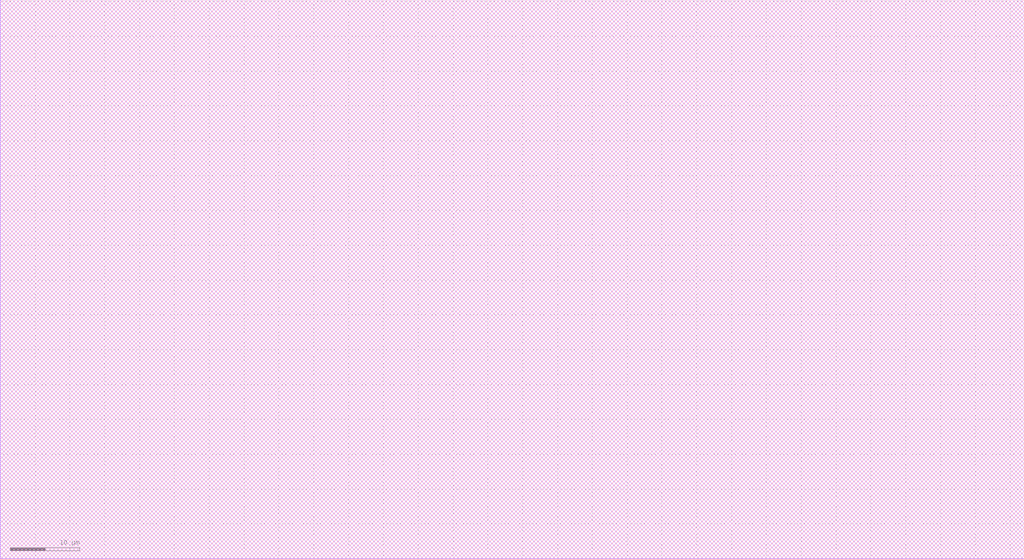
<source format=lef>
VERSION 5.7 ;
  NOWIREEXTENSIONATPIN ON ;
  DIVIDERCHAR "/" ;
  BUSBITCHARS "[]" ;
MACRO gf180mcu_bt_ip__tap
  CLASS BLOCK ;
  FOREIGN gf180mcu_bt_ip__tap ;
  ORIGIN 0.000 0.000 ;
  SIZE 147.00 BY 80.25 ;
  OBS
      LAYER Metal5 ;
        RECT 0.0 0.0 147.00 80.25 ;
  END
END gf180mcu_bt_ip__tap
END LIBRARY


</source>
